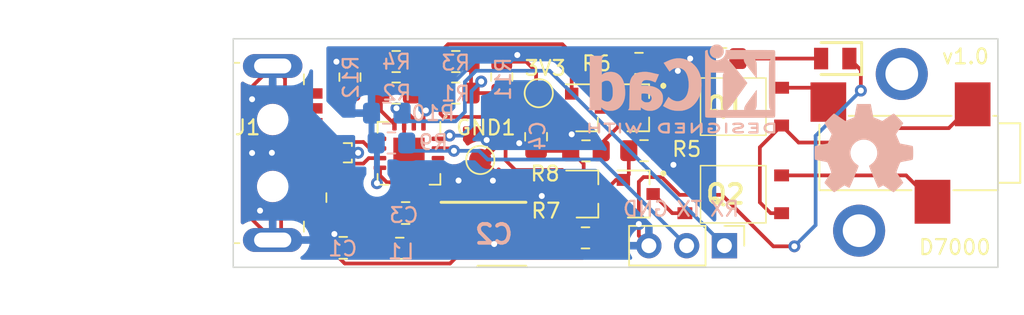
<source format=kicad_pcb>
(kicad_pcb (version 20201116) (generator pcbnew)
  (layers (0 "F.Cu" signal) (31 "B.Cu" signal) (34 "B.Paste" user) (35 "F.Paste" user) (36 "B.SilkS" user "B.Silkscreen") (37 "F.SilkS" user "F.Silkscreen") (38 "B.Mask" user) (39 "F.Mask" user) (44 "Edge.Cuts" user))
  (net 0 "")
  (net 1 "VBUS")
  (net 2 "VCC")
  (net 3 "RXD")
  (net 4 "Net-(U1-Pad14)")
  (net 5 "Net-(U1-Pad12)")
  (net 6 "Net-(U1-Pad11)")
  (net 7 "USB_DM")
  (net 8 "USB_DP")
  (net 9 "Net-(U1-Pad5)")
  (net 10 "TXD")
  (net 11 "Net-(J1-Pad9)")
  (net 12 "Net-(J1-Pad8)")
  (net 13 "Net-(J1-Pad6)")
  (net 14 "Net-(J1-Pad5)")
  (net 15 "Net-(Q1-Pad2)")
  (net 16 "+3V3")
  (net 17 "GND")
  (net 18 "RTS")
  (net 19 "Net-(Q5-Pad2)")
  (net 20 "Net-(Q6-Pad2)")
  (net 21 "Net-(Q2-Pad2)")
  (net 22 "CTS")
  (net 23 "Net-(LED1-Pad2)")
  (net 24 "Net-(J2-Pad1)")
  (net 25 "Net-(J2-Pad2)")
  (net 26 "Net-(J2-Pad3)")
  (net 27 "Net-(Q3-Pad1)")
  (net 28 "Net-(Q3-Pad3)")
  (net 29 "Net-(Q4-Pad1)")
  (net 30 "Net-(Q4-Pad3)")
  (footprint "SamacSys_Parts:LEDC2012X75N" (layer "F.Cu") (at 154.43962 101.8286 180)
    (fp_text reference "LED1" hide)
    (fp_text value "APT2012LSECK_J3-PRV" hide)
    (pad "1" smd rect (at -0.95 0 180) (size 0.95 1.45) (layers "F.Cu" "F.Paste" "F.Mask") (net 17 "GND"))
    (pad "2" smd rect (at 0.95 0 180) (size 0.95 1.45) (layers "F.Cu" "F.Paste" "F.Mask") (net 23 "Net-(LED1-Pad2)"))
  )
  (footprint "Resistor_SMD:R_0805_2012Metric_Pad1.15x1.40mm_HandSolder" (layer "F.Cu") (at 121.8184 103.07574 -90)
    (fp_text reference "R12" (at 0.00254 -0.06096 -90) (layer "B.SilkS") (effects (justify mirror)))
    (fp_text value "R")
    (pad "1" smd roundrect (at -1.025 0 270) (size 1.15 1.4) (layers "F.Cu" "F.Paste" "F.Mask") (roundrect_rratio 0.2173913043478261) (net 16 "+3V3"))
    (pad "2" smd roundrect (at 1.025 0 270) (size 1.15 1.4) (layers "F.Cu" "F.Paste" "F.Mask") (roundrect_rratio 0.2173913043478261) (net 22 "CTS"))
  )
  (footprint "Connector_PinHeader_2.54mm:PinHeader_1x03_P2.54mm_Vertical" (layer "F.Cu") (at 146.99234 114.40668 -90)
    (fp_text reference "J3" hide)
    (fp_text value "Conn_01x03")
    (pad "1" thru_hole rect (at 0 0 270) (size 1.7 1.7) (drill 1) (layers *.Cu *.Mask) (net 3 "RXD"))
    (pad "2" thru_hole oval (at 0 2.54 270) (size 1.7 1.7) (drill 1) (layers *.Cu *.Mask) (net 10 "TXD"))
    (pad "3" thru_hole oval (at 0 5.08 270) (size 1.7 1.7) (drill 1) (layers *.Cu *.Mask) (net 17 "GND"))
  )
  (footprint "SamacSys_Parts:VOM617A8X001T" (layer "F.Cu") (at 146.80946 105.05948)
    (fp_text reference "Q1" (at 0.25 0) (layer "F.SilkS") (effects (font (size 1.27 1.27) (thickness 0.254))))
    (fp_text value "VOM617A-4T" hide)
    (pad "1" smd rect (at -2.475 -1.27 90) (size 0.8 1) (layers "F.Cu" "F.Paste" "F.Mask") (net 16 "+3V3"))
    (pad "2" smd rect (at -2.475 1.27 90) (size 0.8 1) (layers "F.Cu" "F.Paste" "F.Mask") (net 15 "Net-(Q1-Pad2)"))
    (pad "3" smd rect (at 4.025 1.27 90) (size 0.8 1) (layers "F.Cu" "F.Paste" "F.Mask") (net 24 "Net-(J2-Pad1)"))
    (pad "4" smd rect (at 4.025 -1.27 90) (size 0.8 1) (layers "F.Cu" "F.Paste" "F.Mask") (net 25 "Net-(J2-Pad2)"))
  )
  (footprint "Resistor_SMD:R_0805_2012Metric_Pad1.15x1.40mm_HandSolder" (layer "F.Cu") (at 141.587019 108.020701 180)
    (fp_text reference "R5" (at -2.867861 0.103721) (layer "F.SilkS"))
    (fp_text value "R")
    (pad "1" smd roundrect (at -1.025 0 180) (size 1.15 1.4) (layers "F.Cu" "F.Paste" "F.Mask") (roundrect_rratio 0.2173913043478261) (net 16 "+3V3"))
    (pad "2" smd roundrect (at 1.025 0 180) (size 1.15 1.4) (layers "F.Cu" "F.Paste" "F.Mask") (roundrect_rratio 0.2173913043478261) (net 28 "Net-(Q3-Pad3)"))
  )
  (footprint "Package_TO_SOT_SMD:SOT-23" (layer "F.Cu") (at 137.75436 110.9345)
    (fp_text reference "Q3" hide)
    (fp_text value "BC817")
    (pad "1" smd rect (at -1 -0.95) (size 0.9 0.8) (layers "F.Cu" "F.Paste" "F.Mask") (net 27 "Net-(Q3-Pad1)"))
    (pad "2" smd rect (at -1 0.95) (size 0.9 0.8) (layers "F.Cu" "F.Paste" "F.Mask") (net 17 "GND"))
    (pad "3" smd rect (at 1 0) (size 0.9 0.8) (layers "F.Cu" "F.Paste" "F.Mask") (net 28 "Net-(Q3-Pad3)"))
  )
  (footprint "Resistor_SMD:R_0805_2012Metric_Pad1.15x1.40mm_HandSolder" (layer "F.Cu") (at 141.24686 102.15372 180)
    (fp_text reference "R6" (at 2.84988 -0.00508) (layer "F.SilkS"))
    (fp_text value "3k3")
    (pad "1" smd roundrect (at -1.025 0 180) (size 1.15 1.4) (layers "F.Cu" "F.Paste" "F.Mask") (roundrect_rratio 0.2173913043478261) (net 16 "+3V3"))
    (pad "2" smd roundrect (at 1.025 0 180) (size 1.15 1.4) (layers "F.Cu" "F.Paste" "F.Mask") (roundrect_rratio 0.2173913043478261) (net 30 "Net-(Q4-Pad3)"))
  )
  (footprint "Resistor_SMD:R_0805_2012Metric_Pad1.15x1.40mm_HandSolder" (layer "F.Cu") (at 125.16612 114.5794 180)
    (fp_text reference "L1" (at -0.08636 -0.2286) (layer "B.SilkS") (effects (justify mirror)))
    (fp_text value "L")
    (pad "1" smd roundrect (at -1.025 0 180) (size 1.15 1.4) (layers "F.Cu" "F.Paste" "F.Mask") (roundrect_rratio 0.2173913043478261) (net 2 "VCC"))
    (pad "2" smd roundrect (at 1.025 0 180) (size 1.15 1.4) (layers "F.Cu" "F.Paste" "F.Mask") (roundrect_rratio 0.2173913043478261) (net 1 "VBUS"))
  )
  (footprint "Resistor_SMD:R_0805_2012Metric_Pad1.15x1.40mm_HandSolder" (layer "F.Cu") (at 137.65022 113.8809 180)
    (fp_text reference "R7" (at 2.66192 1.81864) (layer "F.SilkS"))
    (fp_text value "R")
    (pad "1" smd roundrect (at -1.025 0 180) (size 1.15 1.4) (layers "F.Cu" "F.Paste" "F.Mask") (roundrect_rratio 0.2173913043478261) (net 19 "Net-(Q5-Pad2)"))
    (pad "2" smd roundrect (at 1.025 0 180) (size 1.15 1.4) (layers "F.Cu" "F.Paste" "F.Mask") (roundrect_rratio 0.2173913043478261) (net 17 "GND"))
  )
  (footprint "SamacSys_Parts:CAPAE430X610N" (layer "F.Cu") (at 131.4958 113.6396)
    (fp_text reference "C2" (at 0 0) (layer "B.SilkS") (effects (font (size 1.27 1.27) (thickness 0.254)) (justify mirror)))
    (fp_text value "EEE-HB1H1R0R" hide)
    (pad "1" smd rect (at -2.25 0 90) (size 1.8 2.6) (layers "F.Cu" "F.Paste" "F.Mask") (net 2 "VCC"))
    (pad "2" smd rect (at 2.25 0 90) (size 1.8 2.6) (layers "F.Cu" "F.Paste" "F.Mask") (net 17 "GND"))
  )
  (footprint "Resistor_SMD:R_0805_2012Metric_Pad1.15x1.40mm_HandSolder" (layer "F.Cu") (at 146.87042 101.8286)
    (fp_text reference "R13" hide)
    (fp_text value "R")
    (pad "1" smd roundrect (at -1.025 0) (size 1.15 1.4) (layers "F.Cu" "F.Paste" "F.Mask") (roundrect_rratio 0.2173913043478261) (net 16 "+3V3"))
    (pad "2" smd roundrect (at 1.025 0) (size 1.15 1.4) (layers "F.Cu" "F.Paste" "F.Mask") (roundrect_rratio 0.2173913043478261) (net 23 "Net-(LED1-Pad2)"))
  )
  (footprint "Capacitor_SMD:C_0805_2012Metric" (layer "F.Cu") (at 125.55982 112.21212)
    (fp_text reference "C3" (at -0.11684 0.14478) (layer "B.SilkS") (effects (justify mirror)))
    (fp_text value "C")
    (pad "1" smd roundrect (at -0.95 0) (size 1 1.45) (layers "F.Cu" "F.Paste" "F.Mask") (net 2 "VCC"))
    (pad "2" smd roundrect (at 0.95 0) (size 1 1.45) (layers "F.Cu" "F.Paste" "F.Mask") (net 17 "GND"))
  )
  (footprint "Connector_USB:USB3_A_Plug_Wuerth_692112030100_Horizontal" (layer "F.Cu") (at 117.29974 108.17606 180)
    (fp_text reference "J1" (at 2.3622 1.7145) (layer "F.SilkS"))
    (fp_text value "USB3_A")
    (pad "" np_thru_hole circle (at 0.675 2.25 270) (size 1.1 1.1) (drill 1.1) (layers *.Cu *.Mask))
    (pad "" np_thru_hole circle (at 0.675 -2.25 270) (size 1.1 1.1) (drill 1.1) (layers *.Cu *.Mask))
    (pad "1" smd rect (at -1.775 -3 270) (size 0.7 1.8) (layers "F.Cu" "F.Paste" "F.Mask") (net 1 "VBUS"))
    (pad "2" smd rect (at -1.775 -1 270) (size 0.7 1.8) (layers "F.Cu" "F.Paste" "F.Mask") (net 7 "USB_DM"))
    (pad "3" smd rect (at -1.775 1 270) (size 0.7 1.8) (layers "F.Cu" "F.Paste" "F.Mask") (net 8 "USB_DP"))
    (pad "4" smd rect (at -1.775 3 270) (size 0.7 1.8) (layers "F.Cu" "F.Paste" "F.Mask") (net 17 "GND"))
    (pad "5" smd rect (at -1.775 4 270) (size 0.7 1.8) (layers "F.Cu" "F.Paste" "F.Mask") (net 14 "Net-(J1-Pad5)"))
    (pad "6" smd rect (at -1.775 2 270) (size 0.7 1.8) (layers "F.Cu" "F.Paste" "F.Mask") (net 13 "Net-(J1-Pad6)"))
    (pad "7" smd rect (at -1.775 0 270) (size 0.7 1.8) (layers "F.Cu" "F.Paste" "F.Mask") (net 17 "GND"))
    (pad "8" smd rect (at -1.775 -2 270) (size 0.7 1.8) (layers "F.Cu" "F.Paste" "F.Mask") (net 12 "Net-(J1-Pad8)"))
    (pad "9" smd rect (at -1.775 -4 180) (size 1.8 0.7) (layers "F.Cu" "F.Paste" "F.Mask") (net 11 "Net-(J1-Pad9)"))
    (pad "10" thru_hole oval (at 0.675 -5.85 270) (size 1.6 4) (drill oval 1 2.5) (layers *.Cu *.Mask) (net 17 "GND"))
    (pad "10" thru_hole oval (at 0.675 5.85 270) (size 1.6 4) (drill oval 1 2.5) (layers *.Cu *.Mask) (net 17 "GND"))
  )
  (footprint "TestPoint:TestPoint_Pad_D1.5mm" (layer "F.Cu") (at 134.51078 104.1527)
    (fp_text reference "3V3" (at 0.43942 -1.68402) (layer "F.SilkS"))
    (fp_text value "TestPoint")
    (pad "1" smd circle (at 0 0) (size 1.5 1.5) (layers "F.Cu" "F.Mask") (net 16 "+3V3"))
  )
  (footprint "Resistor_SMD:R_0805_2012Metric_Pad1.15x1.40mm_HandSolder" (layer "F.Cu") (at 128.932372 104.14762)
    (fp_text reference "R1" (at -0.017212 0.04826) (layer "B.SilkS") (effects (justify mirror)))
    (fp_text value "R")
    (pad "1" smd roundrect (at -1.025 0) (size 1.15 1.4) (layers "F.Cu" "F.Paste" "F.Mask") (roundrect_rratio 0.2173913043478261) (net 27 "Net-(Q3-Pad1)"))
    (pad "2" smd roundrect (at 1.025 0) (size 1.15 1.4) (layers "F.Cu" "F.Paste" "F.Mask") (roundrect_rratio 0.2173913043478261) (net 18 "RTS"))
  )
  (footprint "Resistor_SMD:R_0805_2012Metric_Pad1.15x1.40mm_HandSolder" (layer "F.Cu") (at 132.02412 103.06558 -90)
    (fp_text reference "R11" (at 0.13716 -0.09906 -90) (layer "B.SilkS") (effects (justify mirror)))
    (fp_text value "R")
    (pad "1" smd roundrect (at -1.025 0 270) (size 1.15 1.4) (layers "F.Cu" "F.Paste" "F.Mask") (roundrect_rratio 0.2173913043478261) (net 16 "+3V3"))
    (pad "2" smd roundrect (at 1.025 0 270) (size 1.15 1.4) (layers "F.Cu" "F.Paste" "F.Mask") (roundrect_rratio 0.2173913043478261) (net 18 "RTS"))
  )
  (footprint "Capacitor_SMD:C_0805_2012Metric" (layer "F.Cu") (at 121.36628 114.55146 180)
    (fp_text reference "C1" (at 0.03556 -0.05588) (layer "B.SilkS") (effects (justify mirror)))
    (fp_text value "C")
    (pad "1" smd roundrect (at -0.95 0 180) (size 1 1.45) (layers "F.Cu" "F.Paste" "F.Mask") (net 1 "VBUS"))
    (pad "2" smd roundrect (at 0.95 0 180) (size 1 1.45) (layers "F.Cu" "F.Paste" "F.Mask") (net 17 "GND"))
  )
  (footprint "Resistor_SMD:R_0805_2012Metric_Pad1.15x1.40mm_HandSolder" (layer "F.Cu") (at 137.68324 108.03382 180)
    (fp_text reference "R8" (at 2.74574 -1.53416) (layer "F.SilkS"))
    (fp_text value "560R")
    (pad "1" smd roundrect (at -1.025 0 180) (size 1.15 1.4) (layers "F.Cu" "F.Paste" "F.Mask") (roundrect_rratio 0.2173913043478261) (net 20 "Net-(Q6-Pad2)"))
    (pad "2" smd roundrect (at 1.025 0 180) (size 1.15 1.4) (layers "F.Cu" "F.Paste" "F.Mask") (roundrect_rratio 0.2173913043478261) (net 17 "GND"))
  )
  (footprint "Resistor_SMD:R_0805_2012Metric_Pad1.15x1.40mm_HandSolder" (layer "F.Cu") (at 128.932372 102.02926)
    (fp_text reference "R3" (at -0.009592 0.08382) (layer "B.SilkS") (effects (justify mirror)))
    (fp_text value "R")
    (pad "1" smd roundrect (at -1.025 0) (size 1.15 1.4) (layers "F.Cu" "F.Paste" "F.Mask") (roundrect_rratio 0.2173913043478261) (net 29 "Net-(Q4-Pad1)"))
    (pad "2" smd roundrect (at 1.025 0) (size 1.15 1.4) (layers "F.Cu" "F.Paste" "F.Mask") (roundrect_rratio 0.2173913043478261) (net 18 "RTS"))
  )
  (footprint "Resistor_SMD:R_0805_2012Metric_Pad1.15x1.40mm_HandSolder" (layer "F.Cu") (at 124.925386 104.14762 180)
    (fp_text reference "R2" (at -0.040074 0.01778) (layer "B.SilkS") (effects (justify mirror)))
    (fp_text value "R")
    (pad "1" smd roundrect (at -1.025 0 180) (size 1.15 1.4) (layers "F.Cu" "F.Paste" "F.Mask") (roundrect_rratio 0.2173913043478261) (net 27 "Net-(Q3-Pad1)"))
    (pad "2" smd roundrect (at 1.025 0 180) (size 1.15 1.4) (layers "F.Cu" "F.Paste" "F.Mask") (roundrect_rratio 0.2173913043478261) (net 22 "CTS"))
  )
  (footprint "Package_TO_SOT_SMD:SOT-23" (layer "F.Cu") (at 141.1986 110.9345)
    (fp_text reference "Q5" hide)
    (fp_text value "BC817")
    (pad "1" smd rect (at -1 -0.95) (size 0.9 0.8) (layers "F.Cu" "F.Paste" "F.Mask") (net 28 "Net-(Q3-Pad3)"))
    (pad "2" smd rect (at -1 0.95) (size 0.9 0.8) (layers "F.Cu" "F.Paste" "F.Mask") (net 19 "Net-(Q5-Pad2)"))
    (pad "3" smd rect (at 1 0) (size 0.9 0.8) (layers "F.Cu" "F.Paste" "F.Mask") (net 21 "Net-(Q2-Pad2)"))
  )
  (footprint "Package_TO_SOT_SMD:Texas_DRT-3" (layer "F.Cu") (at 121.39676 108.16082 -90)
    (fp_text reference "U2" hide)
    (fp_text value "TPD2EUSB30")
    (pad "1" smd rect (at -0.35 0.425 270) (size 0.3 0.3) (layers "F.Cu" "F.Paste" "F.Mask") (net 8 "USB_DP"))
    (pad "2" smd rect (at 0.35 0.425 270) (size 0.3 0.3) (layers "F.Cu" "F.Paste" "F.Mask") (net 7 "USB_DM"))
    (pad "3" smd rect (at 0 -0.425 270) (size 0.3 0.3) (layers "F.Cu" "F.Paste" "F.Mask") (net 17 "GND"))
  )
  (footprint "TestPoint:TestPoint_Pad_D1.5mm" (layer "F.Cu") (at 130.5814 108.64342)
    (fp_text reference "GND1" (at 0.37846 -2.16916) (layer "F.SilkS"))
    (fp_text value "TestPoint")
    (pad "1" smd circle (at 0 0) (size 1.5 1.5) (layers "F.Cu" "F.Mask") (net 17 "GND"))
  )
  (footprint "Package_DFN_QFN:QFN-16-1EP_4x4mm_P0.65mm_EP2.1x2.1mm" (layer "F.Cu") (at 125.78588 108.19638 -90)
    (fp_text reference "U1" hide)
    (fp_text value "FT230XQ")
    (pad "1" smd roundrect (at -1.95 -0.975 270) (size 0.85 0.3) (layers "F.Cu" "F.Paste" "F.Mask") (net 16 "+3V3"))
    (pad "2" smd roundrect (at -1.95 -0.325 270) (size 0.85 0.3) (layers "F.Cu" "F.Paste" "F.Mask") (net 3 "RXD"))
    (pad "3" smd roundrect (at -1.95 0.325 270) (size 0.85 0.3) (layers "F.Cu" "F.Paste" "F.Mask") (net 17 "GND"))
    (pad "4" smd roundrect (at -1.95 0.975 270) (size 0.85 0.3) (layers "F.Cu" "F.Paste" "F.Mask") (net 22 "CTS"))
    (pad "5" smd roundrect (at -0.975 1.95 270) (size 0.3 0.85) (layers "F.Cu" "F.Paste" "F.Mask") (net 9 "Net-(U1-Pad5)"))
    (pad "6" smd roundrect (at -0.325 1.95 270) (size 0.3 0.85) (layers "F.Cu" "F.Paste" "F.Mask") (net 8 "USB_DP"))
    (pad "7" smd roundrect (at 0.325 1.95 270) (size 0.3 0.85) (layers "F.Cu" "F.Paste" "F.Mask") (net 7 "USB_DM"))
    (pad "8" smd roundrect (at 0.975 1.95 270) (size 0.3 0.85) (layers "F.Cu" "F.Paste" "F.Mask") (net 16 "+3V3"))
    (pad "9" smd roundrect (at 1.95 0.975 270) (size 0.85 0.3) (layers "F.Cu" "F.Paste" "F.Mask") (net 16 "+3V3"))
    (pad "10" smd roundrect (at 1.95 0.325 270) (size 0.85 0.3) (layers "F.Cu" "F.Paste" "F.Mask") (net 2 "VCC"))
    (pad "11" smd roundrect (at 1.95 -0.325 270) (size 0.85 0.3) (layers "F.Cu" "F.Paste" "F.Mask") (net 6 "Net-(U1-Pad11)"))
    (pad "12" smd roundrect (at 1.95 -0.975 270) (size 0.85 0.3) (layers "F.Cu" "F.Paste" "F.Mask") (net 5 "Net-(U1-Pad12)"))
    (pad "13" smd roundrect (at 0.975 -1.95 270) (size 0.3 0.85) (layers "F.Cu" "F.Paste" "F.Mask") (net 17 "GND"))
    (pad "14" smd roundrect (at 0.325 -1.95 270) (size 0.3 0.85) (layers "F.Cu" "F.Paste" "F.Mask") (net 4 "Net-(U1-Pad14)"))
    (pad "15" smd roundrect (at -0.325 -1.95 270) (size 0.3 0.85) (layers "F.Cu" "F.Paste" "F.Mask") (net 10 "TXD"))
    (pad "16" smd roundrect (at -0.975 -1.95 270) (size 0.3 0.85) (layers "F.Cu" "F.Paste" "F.Mask") (net 18 "RTS"))
    (pad "17" smd rect (at 0 0 270) (size 2.1 2.1) (layers "F.Cu" "F.Mask") (net 17 "GND"))
  )
  (footprint "MountingHole:MountingHole_2.2mm_M2_ISO7380_Pad" (layer "F.Cu") (at 158.91256 102.86492)
    (fp_text reference "H1" hide)
    (fp_text value "MountingHole")
    (pad "1" thru_hole circle (at 0 0) (size 3.5 3.5) (drill 2.2) (layers *.Cu *.Mask))
  )
  (footprint "Resistor_SMD:R_0805_2012Metric_Pad1.15x1.40mm_HandSolder" (layer "F.Cu") (at 124.925386 102.02926 180)
    (fp_text reference "R4" (at -0.022294 -0.02286) (layer "B.SilkS") (effects (justify mirror)))
    (fp_text value "R")
    (pad "1" smd roundrect (at -1.025 0 180) (size 1.15 1.4) (layers "F.Cu" "F.Paste" "F.Mask") (roundrect_rratio 0.2173913043478261) (net 29 "Net-(Q4-Pad1)"))
    (pad "2" smd roundrect (at 1.025 0 180) (size 1.15 1.4) (layers "F.Cu" "F.Paste" "F.Mask") (roundrect_rratio 0.2173913043478261) (net 22 "CTS"))
  )
  (footprint "SamacSys_Parts:VOM617A8X001T" (layer "F.Cu") (at 146.80946 110.95228)
    (fp_text reference "Q2" (at 0.25 0) (layer "F.SilkS") (effects (font (size 1.27 1.27) (thickness 0.254))))
    (fp_text value "VOM617A-4T" hide)
    (pad "1" smd rect (at -2.475 -1.27 90) (size 0.8 1) (layers "F.Cu" "F.Paste" "F.Mask") (net 16 "+3V3"))
    (pad "2" smd rect (at -2.475 1.27 90) (size 0.8 1) (layers "F.Cu" "F.Paste" "F.Mask") (net 21 "Net-(Q2-Pad2)"))
    (pad "3" smd rect (at 4.025 1.27 90) (size 0.8 1) (layers "F.Cu" "F.Paste" "F.Mask") (net 24 "Net-(J2-Pad1)"))
    (pad "4" smd rect (at 4.025 -1.27 90) (size 0.8 1) (layers "F.Cu" "F.Paste" "F.Mask") (net 26 "Net-(J2-Pad3)"))
  )
  (footprint "Package_TO_SOT_SMD:SOT-23" (layer "F.Cu") (at 137.72388 105.13822)
    (fp_text reference "Q4" hide)
    (fp_text value "BC817")
    (pad "1" smd rect (at -1 -0.95) (size 0.9 0.8) (layers "F.Cu" "F.Paste" "F.Mask") (net 29 "Net-(Q4-Pad1)"))
    (pad "2" smd rect (at -1 0.95) (size 0.9 0.8) (layers "F.Cu" "F.Paste" "F.Mask") (net 17 "GND"))
    (pad "3" smd rect (at 1 0) (size 0.9 0.8) (layers "F.Cu" "F.Paste" "F.Mask") (net 30 "Net-(Q4-Pad3)"))
  )
  (footprint "Capacitor_SMD:C_0805_2012Metric" (layer "F.Cu") (at 134.33044 107.08386 90)
    (fp_text reference "C4" (at 0.07366 0.10922 90) (layer "B.SilkS") (effects (justify mirror)))
    (fp_text value "C")
    (pad "1" smd roundrect (at -0.95 0 90) (size 1 1.45) (layers "F.Cu" "F.Paste" "F.Mask") (net 17 "GND"))
    (pad "2" smd roundrect (at 0.95 0 90) (size 1 1.45) (layers "F.Cu" "F.Paste" "F.Mask") (net 16 "+3V3"))
  )
  (footprint "Package_TO_SOT_SMD:SOT-23" (layer "F.Cu") (at 141.17066 105.13568)
    (fp_text reference "Q6" hide)
    (fp_text value "BC817")
    (pad "1" smd rect (at -1 -0.95) (size 0.9 0.8) (layers "F.Cu" "F.Paste" "F.Mask") (net 30 "Net-(Q4-Pad3)"))
    (pad "2" smd rect (at -1 0.95) (size 0.9 0.8) (layers "F.Cu" "F.Paste" "F.Mask") (net 20 "Net-(Q6-Pad2)"))
    (pad "3" smd rect (at 1 0) (size 0.9 0.8) (layers "F.Cu" "F.Paste" "F.Mask") (net 15 "Net-(Q1-Pad2)"))
  )
  (footprint "MountingHole:MountingHole_2.2mm_M2_ISO7380_Pad" (layer "F.Cu") (at 156.0449 113.3983)
    (fp_text reference "H2" hide)
    (fp_text value "MountingHole")
    (pad "1" thru_hole circle (at 0 0) (size 3.5 3.5) (drill 2.2) (layers *.Cu *.Mask))
  )
  (footprint "SJ-2523-SMT-TR:CUI_SJ-2523-SMT-TR" (layer "F.Cu") (at 165.37686 108.1786 180)
    (fp_text reference "J2" hide)
    (fp_text value "SJ-2523-SMT-TR" hide)
    (pad "1" smd rect (at 1.7 3.275 180) (size 2.4 2.95) (layers "F.Cu" "F.Paste" "F.Mask") (net 24 "Net-(J2-Pad1)"))
    (pad "2" smd rect (at 11.4 3.425 180) (size 2.4 2.65) (layers "F.Cu" "F.Paste" "F.Mask") (net 25 "Net-(J2-Pad2)"))
    (pad "3" smd rect (at 4.4 -3.275 180) (size 2.4 2.95) (layers "F.Cu" "F.Paste" "F.Mask") (net 26 "Net-(J2-Pad3)"))
    (pad "None" np_thru_hole circle (at 3 0 180) (size 1 1) (drill 1) (layers *.Cu *.Mask))
    (pad "None" np_thru_hole circle (at 9 0 180) (size 1 1) (drill 1) (layers *.Cu *.Mask))
  )
  (footprint "Resistor_SMD:R_0805_2012Metric_Pad1.15x1.40mm_HandSolder" (layer "B.Cu") (at 124.60732 107.50296)
    (fp_text reference "R9" (at 2.82194 -0.04572) (layer "B.SilkS") (effects (justify mirror)))
    (fp_text value "R")
    (pad "1" smd roundrect (at -1.025 0) (size 1.15 1.4) (layers "B.Cu" "B.Paste" "B.Mask") (roundrect_rratio 0.2173913043478261) (net 16 "+3V3"))
    (pad "2" smd roundrect (at 1.025 0) (size 1.15 1.4) (layers "B.Cu" "B.Paste" "B.Mask") (roundrect_rratio 0.2173913043478261) (net 10 "TXD"))
  )
  (footprint "Symbol:OSHW-Symbol_6.7x6mm_SilkScreen" (layer "B.Cu") (at 156.37256 107.8611 180)
    (fp_text reference "REF**" hide)
    (fp_text value "OSHW-Symbol_6.7x6mm_SilkScreen" hide)
  )
  (footprint "Symbol:KiCad-Logo2_5mm_SilkScreen" (layer "B.Cu") (at 144.1323 103.86314 180)
    (fp_text reference "REF**" hide)
    (fp_text value "KiCad-Logo2_5mm_SilkScreen" hide)
  )
  (footprint "Resistor_SMD:R_0805_2012Metric_Pad1.15x1.40mm_HandSolder" (layer "B.Cu") (at 124.2949 105.49636)
    (fp_text reference "R10" (at 3.11404 0.00762) (layer "B.SilkS") (effects (justify mirror)))
    (fp_text value "R")
    (pad "1" smd roundrect (at -1.025 0) (size 1.15 1.4) (layers "B.Cu" "B.Paste" "B.Mask") (roundrect_rratio 0.2173913043478261) (net 16 "+3V3"))
    (pad "2" smd roundrect (at 1.025 0) (size 1.15 1.4) (layers "B.Cu" "B.Paste" "B.Mask") (roundrect_rratio 0.2173913043478261) (net 3 "RXD"))
  )
  (gr_rect (start 113.97488 100.49637) (end 165.37432 115.86083) (layer "Edge.Cuts") (width 0.1) (fill none))
  (gr_text "RX" (at 146.99996 111.94034) (layer "B.SilkS") (effects (font (size 1 1)) (justify mirror)))
  (gr_text "GND" (at 141.69644 111.94034) (layer "B.SilkS") (effects (font (size 1 1)) (justify mirror)))
  (gr_text "TX" (at 144.63014 111.94034) (layer "B.SilkS") (effects (font (size 1 1)) (justify mirror)))
  (gr_text "." (at 128.24206 105.31602) (layer "F.SilkS") (effects (font (size 1 1))))
  (gr_text "D7000" (at 162.47618 114.51336) (layer "F.SilkS") (effects (font (size 1 1))))
  (gr_text "v1.0" (at 163.19246 101.69144) (layer "F.SilkS") (effects (font (size 1 1))))
  (segment (start 119.784374 111.17606) (end 119.786654 111.17834) (width 0.25) (layer "F.Cu") (net 1))
  (segment (start 124.11318 114.55146) (end 124.14112 114.5794) (width 0.25) (layer "F.Cu") (net 1))
  (segment (start 121.32564 111.17834) (end 122.31628 112.16898) (width 0.4) (layer "F.Cu") (net 1))
  (segment (start 119.07474 111.17606) (end 119.784374 111.17606) (width 0.25) (layer "F.Cu") (net 1))
  (segment (start 119.786654 111.17834) (end 121.32564 111.17834) (width 0.4) (layer "F.Cu") (net 1))
  (segment (start 122.31628 112.16898) (end 122.31628 114.55146) (width 0.4) (layer "F.Cu") (net 1))
  (segment (start 122.31628 114.55146) (end 124.11318 114.55146) (width 0.4) (layer "F.Cu") (net 1))
  (segment (start 126.19112 114.5794) (end 126.19112 113.79342) (width 0.4) (layer "F.Cu") (net 2))
  (segment (start 126.19112 114.5794) (end 128.306 114.5794) (width 0.4) (layer "F.Cu") (net 2))
  (segment (start 126.19112 113.79342) (end 124.60982 112.21212) (width 0.4) (layer "F.Cu") (net 2))
  (segment (start 129.2458 113.6396) (end 128.306 114.5794) (width 0.25) (layer "F.Cu") (net 2))
  (segment (start 125.46088 111.36106) (end 124.60982 112.21212) (width 0.3) (layer "F.Cu") (net 2))
  (segment (start 125.46088 110.14638) (end 125.46088 111.36106) (width 0.3) (layer "F.Cu") (net 2))
  (segment (start 126.11088 105.905678) (end 125.299527 105.094325) (width 0.25) (layer "F.Cu") (net 3))
  (segment (start 125.299527 105.094325) (end 124.910008 105.094325) (width 0.25) (layer "F.Cu") (net 3))
  (segment (start 126.11088 106.24638) (end 126.11088 105.905678) (width 0.25) (layer "F.Cu") (net 3))
  (via (at 124.94514 105.16616) (size 0.8) (drill 0.4) (layers "F.Cu" "B.Cu") (net 3))
  (segment (start 128.918279 106.043561) (end 128.791801 106.043561) (width 0.25) (layer "B.Cu") (net 3))
  (segment (start 130.294359 102.647919) (end 135.233579 102.647919) (width 0.25) (layer "B.Cu") (net 3))
  (segment (start 129.54211 105.41973) (end 129.54211 103.400168) (width 0.25) (layer "B.Cu") (net 3))
  (segment (start 135.233579 102.647919) (end 146.99234 114.40668) (width 0.25) (layer "B.Cu") (net 3))
  (segment (start 129.54211 105.41973) (end 128.918279 106.043561) (width 0.25) (layer "B.Cu") (net 3))
  (segment (start 129.54211 103.400168) (end 130.294359 102.647919) (width 0.25) (layer "B.Cu") (net 3))
  (segment (start 124.910008 105.094325) (end 124.917865 105.094325) (width 0.25) (layer "B.Cu") (net 3))
  (segment (start 124.917865 105.094325) (end 125.3199 105.49636) (width 0.25) (layer "B.Cu") (net 3))
  (segment (start 125.867101 106.043561) (end 128.791801 106.043561) (width 0.25) (layer "B.Cu") (net 3))
  (segment (start 125.3199 105.49636) (end 125.867101 106.043561) (width 0.25) (layer "B.Cu") (net 3))
  (segment (start 122.717581 108.888361) (end 121.349301 108.888361) (width 0.25) (layer "F.Cu") (net 7))
  (segment (start 120.30652 109.17606) (end 120.97176 108.51082) (width 0.25) (layer "F.Cu") (net 7))
  (segment (start 119.07474 109.17606) (end 120.30652 109.17606) (width 0.25) (layer "F.Cu") (net 7))
  (segment (start 121.349301 108.888361) (end 120.97176 108.51082) (width 0.25) (layer "F.Cu") (net 7))
  (segment (start 123.084562 108.52138) (end 122.717581 108.888361) (width 0.25) (layer "F.Cu") (net 7))
  (segment (start 123.83588 108.52138) (end 123.084562 108.52138) (width 0.25) (layer "F.Cu") (net 7))
  (segment (start 120.337 107.17606) (end 120.97176 107.81082) (width 0.25) (layer "F.Cu") (net 8))
  (segment (start 121.344221 107.438359) (end 120.97176 107.81082) (width 0.25) (layer "F.Cu") (net 8))
  (segment (start 122.717581 107.438359) (end 121.344221 107.438359) (width 0.25) (layer "F.Cu") (net 8))
  (segment (start 119.07474 107.17606) (end 120.337 107.17606) (width 0.25) (layer "F.Cu") (net 8))
  (segment (start 123.150602 107.87138) (end 122.717581 107.438359) (width 0.25) (layer "F.Cu") (net 8))
  (segment (start 123.83588 107.87138) (end 123.150602 107.87138) (width 0.25) (layer "F.Cu") (net 8))
  (segment (start 128.65366 107.87138) (end 128.81102 108.02874) (width 0.25) (layer "F.Cu") (net 10))
  (segment (start 127.73588 107.87138) (end 128.65366 107.87138) (width 0.25) (layer "F.Cu") (net 10))
  (via (at 128.81102 108.02874) (size 0.8) (drill 0.4) (layers "F.Cu" "B.Cu") (net 10))
  (segment (start 138.6586 108.61294) (end 144.45234 114.40668) (width 0.25) (layer "B.Cu") (net 10))
  (segment (start 128.81102 108.02874) (end 125.87362 108.02874) (width 0.25) (layer "B.Cu") (net 10))
  (segment (start 128.81102 108.02874) (end 130.493622 108.02874) (width 0.25) (layer "B.Cu") (net 10))
  (segment (start 130.493622 108.02874) (end 131.077822 108.61294) (width 0.25) (layer "B.Cu") (net 10))
  (segment (start 125.87362 108.02874) (end 125.3199 107.47502) (width 0.25) (layer "B.Cu") (net 10))
  (segment (start 131.077822 108.61294) (end 138.6586 108.61294) (width 0.25) (layer "B.Cu") (net 10))
  (segment (start 143.14066 105.13568) (end 144.33446 106.32948) (width 0.25) (layer "F.Cu") (net 15))
  (segment (start 142.17066 105.13568) (end 143.14066 105.13568) (width 0.25) (layer "F.Cu") (net 15))
  (segment (start 133.06806 101.58984) (end 132.47486 101.58984) (width 0.25) (layer "F.Cu") (net 16))
  (segment (start 123.83588 109.17138) (end 123.83588 109.68554) (width 0.25) (layer "F.Cu") (net 16))
  (segment (start 143.562869 108.971551) (end 142.612019 108.020701) (width 0.25) (layer "F.Cu") (net 16))
  (segment (start 134.33044 102.70236) (end 134.33044 104.86644) (width 0.25) (layer "F.Cu") (net 16))
  (segment (start 142.27186 102.15372) (end 143.3576 102.15372) (width 0.25) (layer "F.Cu") (net 16))
  (segment (start 126.76088 106.24638) (end 126.76088 105.49672) (width 0.25) (layer "F.Cu") (net 16))
  (segment (start 145.84542 101.8286) (end 144.68856 101.8286) (width 0.25) (layer "F.Cu") (net 16))
  (segment (start 123.83588 109.68554) (end 124.29672 110.14638) (width 0.25) (layer "F.Cu") (net 16))
  (segment (start 134.33044 104.86644) (end 134.33044 106.13386) (width 0.25) (layer "F.Cu") (net 16))
  (segment (start 144.33446 109.68228) (end 144.273598 109.68228) (width 0.25) (layer "F.Cu") (net 16))
  (segment (start 123.83588 110.00414) (end 123.63196 110.20806) (width 0.25) (layer "F.Cu") (net 16))
  (segment (start 124.29672 110.14638) (end 124.81088 110.14638) (width 0.25) (layer "F.Cu") (net 16))
  (segment (start 144.33446 103.13058) (end 144.33446 103.78948) (width 0.25) (layer "F.Cu") (net 16))
  (segment (start 144.33446 103.7261) (end 144.33446 103.78948) (width 0.25) (layer "F.Cu") (net 16))
  (segment (start 123.83588 109.17138) (end 123.83588 110.00414) (width 0.25) (layer "F.Cu") (net 16))
  (segment (start 121.80708 102.03942) (end 121.8184 102.05074) (width 0.25) (layer "F.Cu") (net 16))
  (segment (start 133.66866 102.04058) (end 134.33044 102.70236) (width 0.25) (layer "F.Cu") (net 16))
  (segment (start 126.76088 105.48148) (end 126.9238 105.31856) (width 0.25) (layer "F.Cu") (net 16))
  (segment (start 143.3576 102.15372) (end 143.86052 102.65664) (width 0.25) (layer "F.Cu") (net 16))
  (segment (start 132.47486 101.58984) (end 132.02412 102.04058) (width 0.25) (layer "F.Cu") (net 16))
  (segment (start 132.02412 102.04058) (end 133.66866 102.04058) (width 0.25) (layer "F.Cu") (net 16))
  (segment (start 126.76088 106.24638) (end 126.76088 105.48148) (width 0.25) (layer "F.Cu") (net 16))
  (segment (start 143.86052 102.65664) (end 144.33446 103.13058) (width 0.25) (layer "F.Cu") (net 16))
  (segment (start 120.90908 102.03942) (end 121.80708 102.03942) (width 0.25) (layer "F.Cu") (net 16))
  (segment (start 144.273598 109.68228) (end 143.562869 108.971551) (width 0.25) (layer "F.Cu") (net 16))
  (segment (start 144.68856 101.8286) (end 143.86052 102.65664) (width 0.25) (layer "F.Cu") (net 16))
  (via (at 133.06806 101.58984) (size 0.8) (drill 0.4) (layers "F.Cu" "B.Cu") (net 16))
  (via (at 143.562869 108.971551) (size 0.8) (drill 0.4) (layers "F.Cu" "B.Cu") (net 16))
  (via (at 126.9238 105.31856) (size 0.8) (drill 0.4) (layers "F.Cu" "B.Cu") (net 16))
  (via (at 120.90908 102.03942) (size 0.8) (drill 0.4) (layers "F.Cu" "B.Cu") (net 16))
  (via (at 123.63196 110.20806) (size 0.8) (drill 0.4) (layers "F.Cu" "B.Cu") (net 16))
  (via (at 143.86052 102.65664) (size 0.8) (drill 0.4) (layers "F.Cu" "B.Cu") (net 16))
  (via (at 144.68856 101.8286) (size 0.8) (drill 0.4) (layers "F.Cu" "B.Cu") (net 16))
  (segment (start 123.2699 105.49636) (end 121.20626 105.49636) (width 0.25) (layer "B.Cu") (net 16))
  (segment (start 123.60148 104.00538) (end 126.90856 104.00538) (width 0.25) (layer "B.Cu") (net 16))
  (segment (start 120.46458 104.75468) (end 120.46458 102.48392) (width 0.25) (layer "B.Cu") (net 16))
  (segment (start 123.2699 105.49636) (end 123.2699 107.47502) (width 0.4) (layer "B.Cu") (net 16))
  (segment (start 121.20626 105.49636) (end 120.46458 104.75468) (width 0.25) (layer "B.Cu") (net 16))
  (segment (start 127.57277 104.66959) (end 130.2004 102.04196) (width 0.25) (layer "B.Cu") (net 16))
  (segment (start 120.46458 102.48392) (end 120.90908 102.03942) (width 0.25) (layer "B.Cu") (net 16))
  (segment (start 126.90856 104.00538) (end 127.57277 104.66959) (width 0.25) (layer "B.Cu") (net 16))
  (segment (start 132.61594 102.04196) (end 133.06806 101.58984) (width 0.25) (layer "B.Cu") (net 16))
  (segment (start 130.2004 102.04196) (end 132.61594 102.04196) (width 0.25) (layer "B.Cu") (net 16))
  (segment (start 123.63196 107.83708) (end 123.2699 107.47502) (width 0.25) (layer "B.Cu") (net 16))
  (segment (start 123.2699 104.33696) (end 123.60148 104.00538) (width 0.25) (layer "B.Cu") (net 16))
  (segment (start 123.2699 105.49636) (end 123.2699 104.33696) (width 0.25) (layer "B.Cu") (net 16))
  (segment (start 126.9238 105.31856) (end 127.57277 104.66959) (width 0.25) (layer "B.Cu") (net 16))
  (segment (start 123.63196 110.20806) (end 123.63196 107.83708) (width 0.4) (layer "B.Cu") (net 16))
  (segment (start 133.1976 107.51566) (end 133.81224 107.51566) (width 0.25) (layer "F.Cu") (net 17))
  (segment (start 127.73588 109.17138) (end 126.76088 109.17138) (width 0.25) (layer "F.Cu") (net 17))
  (segment (start 131.42722 110.03534) (end 133.7458 112.35392) (width 0.25) (layer "F.Cu") (net 17))
  (segment (start 143.97482 110.99038) (end 142.78102 109.79658) (width 0.25) (layer "F.Cu") (net 17))
  (segment (start 142.78102 109.79658) (end 141.55166 109.79658) (width 0.25) (layer "F.Cu") (net 17))
  (segment (start 116.62474 102.32606) (end 115.316 103.6348) (width 0.25) (layer "F.Cu") (net 17))
  (segment (start 133.7458 114.60294) (end 133.7458 113.6396) (width 0.25) (layer "F.Cu") (net 17))
  (segment (start 115.2398 108.17606) (end 115.2398 112.64112) (width 0.25) (layer "F.Cu") (net 17))
  (segment (start 127.2261 111.49584) (end 131.60204 111.49584) (width 0.25) (layer "F.Cu") (net 17))
  (segment (start 128.95834 115.19154) (end 133.67512 115.19154) (width 0.25) (layer "F.Cu") (net 17))
  (segment (start 121.46923 115.60441) (end 128.54547 115.60441) (width 0.25) (layer "F.Cu") (net 17))
  (segment (start 137.529361 108.904941) (end 137.529361 111.109499) (width 0.25) (layer "F.Cu") (net 17))
  (segment (start 120.41628 114.55146) (end 119.89088 114.02606) (width 0.25) (layer "F.Cu") (net 17))
  (segment (start 151.69388 114.44986) (end 150.27656 114.44986) (width 0.25) (layer "F.Cu") (net 17))
  (segment (start 150.27656 114.44986) (end 146.81708 110.99038) (width 0.25) (layer "F.Cu") (net 17))
  (segment (start 133.67512 115.19154) (end 133.7458 115.12086) (width 0.25) (layer "F.Cu") (net 17))
  (segment (start 125.46088 106.24638) (end 125.46088 107.87138) (width 0.25) (layer "F.Cu") (net 17))
  (segment (start 117.579738 108.17606) (end 117.29212 108.17606) (width 0.25) (layer "F.Cu") (net 17))
  (segment (start 131.60204 111.49584) (end 133.7458 113.6396) (width 0.25) (layer "F.Cu") (net 17))
  (segment (start 122.36704 108.16082) (end 122.36958 108.16336) (width 0.25) (layer "F.Cu") (net 17))
  (segment (start 126.19112 112.58416) (end 126.25328 112.522) (width 0.25) (layer "F.Cu") (net 17))
  (segment (start 136.75436 113.75176) (end 136.62522 113.8809) (width 0.25) (layer "F.Cu") (net 17))
  (segment (start 115.2398 112.64112) (end 116.62474 114.02606) (width 0.25) (layer "F.Cu") (net 17))
  (segment (start 146.81708 110.99038) (end 143.97482 110.99038) (width 0.25) (layer "F.Cu") (net 17))
  (segment (start 133.7458 112.35392) (end 133.7458 113.6396) (width 0.25) (layer "F.Cu") (net 17))
  (segment (start 128.54547 115.60441) (end 128.95834 115.19154) (width 0.25) (layer "F.Cu") (net 17))
  (segment (start 141.2367 112.95126) (end 141.2367 113.73104) (width 0.25) (layer "F.Cu") (net 17))
  (segment (start 117.45468 104.65562) (end 117.45468 103.156) (width 0.25) (layer "F.Cu") (net 17))
  (segment (start 137.529361 111.109499) (end 136.75436 111.8845) (width 0.25) (layer "F.Cu") (net 17))
  (segment (start 156.16174 102.60072) (end 156.16174 103.97998) (width 0.25) (layer "F.Cu") (net 17))
  (segment (start 136.72388 107.96818) (end 136.65824 108.03382) (width 0.25) (layer "F.Cu") (net 17))
  (segment (start 115.316 103.93986) (end 115.2398 104.01606) (width 0.25) (layer "F.Cu") (net 17))
  (segment (start 126.76088 109.17138) (end 125.78588 108.19638) (width 0.25) (layer "F.Cu") (net 17))
  (segment (start 133.7458 115.12086) (end 133.7458 113.6396) (width 0.25) (layer "F.Cu") (net 17))
  (segment (start 119.07474 108.17606) (end 117.579738 108.17606) (width 0.25) (layer "F.Cu") (net 17))
  (segment (start 136.6582 108.03386) (end 136.65824 108.03382) (width 0.25) (layer "F.Cu") (net 17))
  (segment (start 136.75436 111.8845) (end 136.75436 113.75176) (width 0.25) (layer "F.Cu") (net 17))
  (segment (start 136.65824 108.03382) (end 137.529361 108.904941) (width 0.25) (layer "F.Cu") (net 17))
  (segment (start 121.82176 108.16082) (end 122.36704 108.16082) (width 0.25) (layer "F.Cu") (net 17))
  (segment (start 116.62474 114.02606) (end 117.19306 113.45774) (width 0.25) (layer "F.Cu") (net 17))
  (segment (start 127.73588 109.17138) (end 130.56326 109.17138) (width 0.25) (layer "F.Cu") (net 17))
  (segment (start 141.55166 109.79658) (end 141.2367 110.11154) (width 0.25) (layer "F.Cu") (net 17))
  (segment (start 133.7458 113.6396) (end 133.9871 113.8809) (width 0.25) (layer "F.Cu") (net 17))
  (segment (start 120.41628 114.55146) (end 121.46923 115.60441) (width 0.25) (layer "F.Cu") (net 17))
  (segment (start 119.07474 105.17606) (end 117.97512 105.17606) (width 0.25) (layer "F.Cu") (net 17))
  (segment (start 115.2398 104.01606) (end 115.2398 104.56164) (width 0.25) (layer "F.Cu") (net 17))
  (segment (start 134.33044 108.03386) (end 136.6582 108.03386) (width 0.25) (layer "F.Cu") (net 17))
  (segment (start 115.2398 104.56164) (end 115.2398 108.17606) (width 0.25) (layer "F.Cu") (net 17))
  (segment (start 125.46088 107.87138) (end 125.78588 108.19638) (width 0.25) (layer "F.Cu") (net 17))
  (segment (start 136.72388 106.92054) (end 136.72388 107.96818) (width 0.25) (layer "F.Cu") (net 17))
  (segment (start 117.97512 105.17606) (end 117.45468 104.65562) (width 0.25) (layer "F.Cu") (net 17))
  (segment (start 117.45468 103.156) (end 116.62474 102.32606) (width 0.25) (layer "F.Cu") (net 17))
  (segment (start 155.38962 101.8286) (end 156.16174 102.60072) (width 0.25) (layer "F.Cu") (net 17))
  (segment (start 130.56326 109.17138) (end 131.42722 110.03534) (width 0.25) (layer "F.Cu") (net 17))
  (segment (start 126.50982 112.21212) (end 127.2261 111.49584) (width 0.25) (layer "F.Cu") (net 17))
  (segment (start 141.2367 110.11154) (end 141.2367 112.95126) (width 0.25) (layer "F.Cu") (net 17))
  (segment (start 119.89088 114.02606) (end 116.62474 114.02606) (width 0.25) (layer "F.Cu") (net 17))
  (segment (start 117.19306 113.45774) (end 117.19306 112.19434) (width 0.25) (layer "F.Cu") (net 17))
  (segment (start 136.72388 106.08822) (end 136.72388 106.92054) (width 0.25) (layer "F.Cu") (net 17))
  (segment (start 133.9871 113.8809) (end 136.62522 113.8809) (width 0.25) (layer "F.Cu") (net 17))
  (segment (start 115.316 103.6348) (end 115.316 103.93986) (width 0.25) (layer "F.Cu") (net 17))
  (segment (start 133.81224 107.51566) (end 134.33044 108.03386) (width 0.25) (layer "F.Cu") (net 17))
  (segment (start 115.749739 113.151059) (end 116.62474 114.02606) (width 0.25) (layer "F.Cu") (net 17))
  (segment (start 141.2367 113.73104) (end 141.91234 114.40668) (width 0.25) (layer "F.Cu") (net 17))
  (via (at 131.51358 114.29492) (size 0.8) (drill 0.4) (layers "F.Cu" "B.Cu") (net 17))
  (via (at 151.69388 114.44986) (size 0.8) (drill 0.4) (layers "F.Cu" "B.Cu") (net 17))
  (via (at 131.42722 110.03534) (size 0.8) (drill 0.4) (layers "F.Cu" "B.Cu") (net 17))
  (via (at 120.77192 113.62182) (size 0.8) (drill 0.4) (layers "F.Cu" "B.Cu") (net 17))
  (via (at 134.71398 111.06658) (size 0.8) (drill 0.4) (layers "F.Cu" "B.Cu") (net 17))
  (via (at 141.2367 112.95126) (size 0.8) (drill 0.4) (layers "F.Cu" "B.Cu") (net 17))
  (via (at 115.77574 112.0521) (size 0.8) (drill 0.4) (layers "F.Cu" "B.Cu") (net 17))
  (via (at 115.2398 108.17606) (size 0.8) (drill 0.4) (layers "F.Cu" "B.Cu") (net 17))
  (via (at 122.36958 108.16336) (size 0.8) (drill 0.4) (layers "F.Cu" "B.Cu") (net 17))
  (via (at 136.72388 106.92054) (size 0.8) (drill 0.4) (layers "F.Cu" "B.Cu") (net 17))
  (via (at 156.16174 103.97998) (size 0.8) (drill 0.4) (layers "F.Cu" "B.Cu") (net 17))
  (via (at 116.57076 108.16336) (size 0.8) (drill 0.4) (layers "F.Cu" "B.Cu") (net 17))
  (via (at 129.11836 110.02772) (size 0.8) (drill 0.4) (layers "F.Cu" "B.Cu") (net 17))
  (via (at 133.1976 107.51566) (size 0.8) (drill 0.4) (layers "F.Cu" "B.Cu") (net 17))
  (via (at 115.2398 104.56164) (size 0.8) (drill 0.4) (layers "F.Cu" "B.Cu") (net 17))
  (via (at 131.00812 107.30484) (size 0.8) (drill 0.4) (layers "F.Cu" "B.Cu") (net 17))
  (segment (start 122.36958 108.16336) (end 116.57076 108.16336) (width 0.25) (layer "B.Cu") (net 17))
  (segment (start 153.12136 113.02238) (end 151.69388 114.44986) (width 0.25) (layer "B.Cu") (net 17))
  (segment (start 153.12136 107.02036) (end 153.12136 113.02238) (width 0.25) (layer "B.Cu") (net 17))
  (segment (start 136.87806 114.40668) (end 134.71398 112.2426) (width 0.25) (layer "B.Cu") (net 17))
  (segment (start 141.91234 114.40668) (end 136.87806 114.40668) (width 0.25) (layer "B.Cu") (net 17))
  (segment (start 134.71398 112.2426) (end 134.71398 111.06658) (width 0.25) (layer "B.Cu") (net 17))
  (segment (start 156.16174 103.97998) (end 153.12136 107.02036) (width 0.25) (layer "B.Cu") (net 17))
  (segment (start 131.96708 104.14762) (end 132.02412 104.09058) (width 0.25) (layer "F.Cu") (net 18))
  (segment (start 130.64236 103.37292) (end 130.64236 103.462632) (width 0.25) (layer "F.Cu") (net 18))
  (segment (start 129.957372 104.14762) (end 131.96708 104.14762) (width 0.25) (layer "F.Cu") (net 18))
  (segment (start 129.957372 102.02926) (end 129.957372 104.14762) (width 0.25) (layer "F.Cu") (net 18))
  (segment (start 128.30266 107.22138) (end 128.51638 107.00766) (width 0.25) (layer "F.Cu") (net 18))
  (segment (start 130.64236 103.462632) (end 129.957372 104.14762) (width 0.25) (layer "F.Cu") (net 18))
  (segment (start 127.73588 107.22138) (end 128.30266 107.22138) (width 0.25) (layer "F.Cu") (net 18))
  (via (at 128.51638 107.00766) (size 0.8) (drill 0.4) (layers "F.Cu" "B.Cu") (net 18))
  (via (at 130.64236 103.37292) (size 0.8) (drill 0.4) (layers "F.Cu" "B.Cu") (net 18))
  (segment (start 129.99212 106.37266) (end 129.99212 104.02316) (width 0.25) (layer "B.Cu") (net 18))
  (segment (start 128.51638 107.00766) (end 129.35712 107.00766) (width 0.25) (layer "B.Cu") (net 18))
  (segment (start 129.35712 107.00766) (end 129.99212 106.37266) (width 0.25) (layer "B.Cu") (net 18))
  (segment (start 129.99212 104.02316) (end 130.64236 103.37292) (width 0.25) (layer "B.Cu") (net 18))
  (segment (start 138.67522 113.8809) (end 138.67522 113.40788) (width 0.25) (layer "F.Cu") (net 19))
  (segment (start 138.67522 113.40788) (end 140.1986 111.8845) (width 0.25) (layer "F.Cu") (net 19))
  (segment (start 138.70824 107.5481) (end 140.17066 106.08568) (width 0.25) (layer "F.Cu") (net 20))
  (segment (start 138.70824 108.03382) (end 138.70824 107.5481) (width 0.25) (layer "F.Cu") (net 20))
  (segment (start 143.48638 112.22228) (end 144.33446 112.22228) (width 0.25) (layer "F.Cu") (net 21))
  (segment (start 142.1986 110.9345) (end 143.48638 112.22228) (width 0.25) (layer "F.Cu") (net 21))
  (segment (start 123.900386 105.335886) (end 124.81088 106.24638) (width 0.25) (layer "F.Cu") (net 22))
  (segment (start 123.900386 102.02926) (end 123.900386 104.14762) (width 0.25) (layer "F.Cu") (net 22))
  (segment (start 123.853506 104.10074) (end 123.900386 104.14762) (width 0.25) (layer "F.Cu") (net 22))
  (segment (start 123.900386 104.14762) (end 123.900386 105.335886) (width 0.25) (layer "F.Cu") (net 22))
  (segment (start 121.8184 104.10074) (end 123.853506 104.10074) (width 0.25) (layer "F.Cu") (net 22))
  (segment (start 147.89542 101.8286) (end 153.48962 101.8286) (width 0.25) (layer "F.Cu") (net 23))
  (segment (start 154.82316 107.47248) (end 155.7909 106.50474) (width 0.25) (layer "F.Cu") (net 24))
  (segment (start 149.37232 107.79162) (end 150.83446 106.32948) (width 0.25) (layer "F.Cu") (net 24))
  (segment (start 149.37232 111.49584) (end 149.37232 107.79162) (width 0.25) (layer "F.Cu") (net 24))
  (segment (start 162.07572 106.50474) (end 163.67686 104.9036) (width 0.25) (layer "F.Cu") (net 24))
  (segment (start 150.09876 112.22228) (end 149.37232 111.49584) (width 0.25) (layer "F.Cu") (net 24))
  (segment (start 150.83446 106.32948) (end 151.97746 107.47248) (width 0.25) (layer "F.Cu") (net 24))
  (segment (start 155.7909 106.50474) (end 162.07572 106.50474) (width 0.25) (layer "F.Cu") (net 24))
  (segment (start 151.97746 107.47248) (end 154.82316 107.47248) (width 0.25) (layer "F.Cu") (net 24))
  (segment (start 150.83446 112.22228) (end 150.09876 112.22228) (width 0.25) (layer "F.Cu") (net 24))
  (segment (start 150.83446 103.78948) (end 153.01274 103.78948) (width 0.25) (layer "F.Cu") (net 25))
  (segment (start 153.01274 103.78948) (end 153.97686 104.7536) (width 0.25) (layer "F.Cu") (net 25))
  (segment (start 150.83446 109.68228) (end 159.20554 109.68228) (width 0.25) (layer "F.Cu") (net 26))
  (segment (start 159.20554 109.68228) (end 160.97686 111.4536) (width 0.25) (layer "F.Cu") (net 26))
  (segment (start 136.08892 109.31906) (end 132.93344 109.31906) (width 0.25) (layer "F.Cu") (net 27))
  (segment (start 132.28066 108.66628) (end 132.28066 106.47172) (width 0.25) (layer "F.Cu") (net 27))
  (segment (start 132.28066 106.47172) (end 131.56438 105.75544) (width 0.25) (layer "F.Cu") (net 27))
  (segment (start 136.75436 109.9845) (end 136.08892 109.31906) (width 0.25) (layer "F.Cu") (net 27))
  (segment (start 128.11252 105.75544) (end 127.907372 105.550292) (width 0.25) (layer "F.Cu") (net 27))
  (segment (start 131.56438 105.75544) (end 128.11252 105.75544) (width 0.25) (layer "F.Cu") (net 27))
  (segment (start 127.907372 105.550292) (end 127.907372 104.14762) (width 0.25) (layer "F.Cu") (net 27))
  (segment (start 125.950386 104.14762) (end 127.907372 104.14762) (width 0.25) (layer "F.Cu") (net 27))
  (segment (start 132.93344 109.31906) (end 132.28066 108.66628) (width 0.25) (layer "F.Cu") (net 27))
  (segment (start 140.1986 109.9845) (end 139.70436 109.9845) (width 0.25) (layer "F.Cu") (net 28))
  (segment (start 140.562019 108.020701) (end 140.562019 109.621081) (width 0.25) (layer "F.Cu") (net 28))
  (segment (start 140.562019 109.621081) (end 140.1986 109.9845) (width 0.25) (layer "F.Cu") (net 28))
  (segment (start 139.70436 109.9845) (end 138.75436 110.9345) (width 0.25) (layer "F.Cu") (net 28))
  (segment (start 136.092099 100.864839) (end 136.72388 101.49662) (width 0.25) (layer "F.Cu") (net 29))
  (segment (start 136.72388 101.51186) (end 136.72388 104.18822) (width 0.25) (layer "F.Cu") (net 29))
  (segment (start 125.950386 102.02926) (end 127.907372 102.02926) (width 0.25) (layer "F.Cu") (net 29))
  (segment (start 127.907372 102.02926) (end 127.907372 101.375888) (width 0.25) (layer "F.Cu") (net 29))
  (segment (start 127.907372 101.375888) (end 128.418421 100.864839) (width 0.25) (layer "F.Cu") (net 29))
  (segment (start 127.907372 102.02926) (end 127.907372 101.347948) (width 0.25) (layer "F.Cu") (net 29))
  (segment (start 128.418421 100.864839) (end 136.092099 100.864839) (width 0.25) (layer "F.Cu") (net 29))
  (segment (start 136.72388 101.49662) (end 136.72388 101.51186) (width 0.25) (layer "F.Cu") (net 29))
  (segment (start 140.22186 104.13448) (end 140.17066 104.18568) (width 0.25) (layer "F.Cu") (net 30))
  (segment (start 139.21812 105.13822) (end 140.17066 104.18568) (width 0.25) (layer "F.Cu") (net 30))
  (segment (start 138.72388 105.13822) (end 139.21812 105.13822) (width 0.25) (layer "F.Cu") (net 30))
  (segment (start 140.17066 104.18568) (end 140.19392 104.16242) (width 0.25) (layer "F.Cu") (net 30))
  (segment (start 140.22186 102.15372) (end 140.22186 104.13448) (width 0.25) (layer "F.Cu") (net 30))
  (zone (net 17) (net_name "GND") (layer "F.Cu") (connect_pads (clearance 0.508)) (min_thickness 0.254) (fill yes (thermal_gap 0.508) (thermal_bridge_width 0.508))
    (polygon (pts (xy 117.69344 103.34498) (xy 117.69344 113.02492) (xy 114.0714 113.0554) (xy 114.02822 103.57104) (xy 114.0714 103.35768) (xy 114.66322 103.3145)))
  )
  (zone (net 17) (net_name "GND") (layer "F.Cu") (connect_pads (clearance 0.508)) (min_thickness 0.254) (fill yes (thermal_gap 0.508) (thermal_bridge_width 0.508))
    (polygon (pts (xy 132.19684 109.49686) (xy 135.0899 109.49686) (xy 135.05942 109.85246) (xy 135.97128 109.86262) (xy 135.98144 110.94212) (xy 137.89152 110.98276) (xy 137.8712 112.07242) (xy 137.59434 112.75568) (xy 137.59434 115.84432) (xy 126.76886 115.85448) (xy 126.77902 114.82578) (xy 130.73126 114.81562) (xy 130.73126 112.52708) (xy 127.24384 112.52708) (xy 125.75032 112.5474) (xy 125.76048 111.19104) (xy 126.11608 110.80496) (xy 127.28448 110.80496) (xy 127.31496 108.88218) (xy 128.7018 108.88218) (xy 129.1463 108.7628) (xy 129.413 108.59516) (xy 129.413 105.92054) (xy 132.207 105.92054)))
  )
  (zone (net 17) (net_name "GND") (layer "B.Cu") (connect_pads (clearance 0.508)) (min_thickness 0.254) (fill yes (thermal_gap 0.508) (thermal_bridge_width 0.508))
    (polygon (pts (xy 119.346394 100.562987) (xy 119.336234 105.317867) (xy 120.946594 106.971407) (xy 122.168334 106.966327) (xy 122.178494 109.082147) (xy 123.021774 109.092307) (xy 123.01728 110.68304) (xy 124.23648 110.70336) (xy 124.24664 108.61294) (xy 127.220394 108.576687) (xy 129.051734 108.586847) (xy 129.430194 108.109327) (xy 129.420034 107.525127) (xy 130.369994 106.625967) (xy 130.380154 104.446647) (xy 131.599354 103.217287) (xy 132.435014 103.247767) (xy 135.001 103.31958) (xy 138.310034 106.651367) (xy 144.13992 115.83162) (xy 114.035254 115.815687) (xy 114.037794 100.552827)))
  )
  (zone (net 16) (net_name "+3V3") (layer "B.Cu") (connect_pads (clearance 0.508)) (min_thickness 0.254) (fill yes (thermal_gap 0.508) (thermal_bridge_width 0.508))
    (polygon (pts (xy 122.99188 100.54082) (xy 146.42338 100.53066) (xy 146.44624 113.75644) (xy 139.905483 107.36546) (xy 139.573 106.71302) (xy 138.8618 106.05262) (xy 136.77392 103.8098) (xy 135.3312 102.35692) (xy 133.35254 102.37978) (xy 132.91058 102.48646) (xy 130.35534 102.44836) (xy 129.2606 103.43134) (xy 129.2606 105.8164) (xy 128.72212 106.299) (xy 126.42088 106.28884) (xy 126.41072 104.3559) (xy 124.11964 104.36352) (xy 124.1298 106.43108) (xy 123.77166 106.4387) (xy 122.42292 106.43108) (xy 122.42292 105.79862) (xy 121.32818 105.80624) (xy 120.23344 104.71404) (xy 120.23344 100.53574)))
  )
)
</source>
